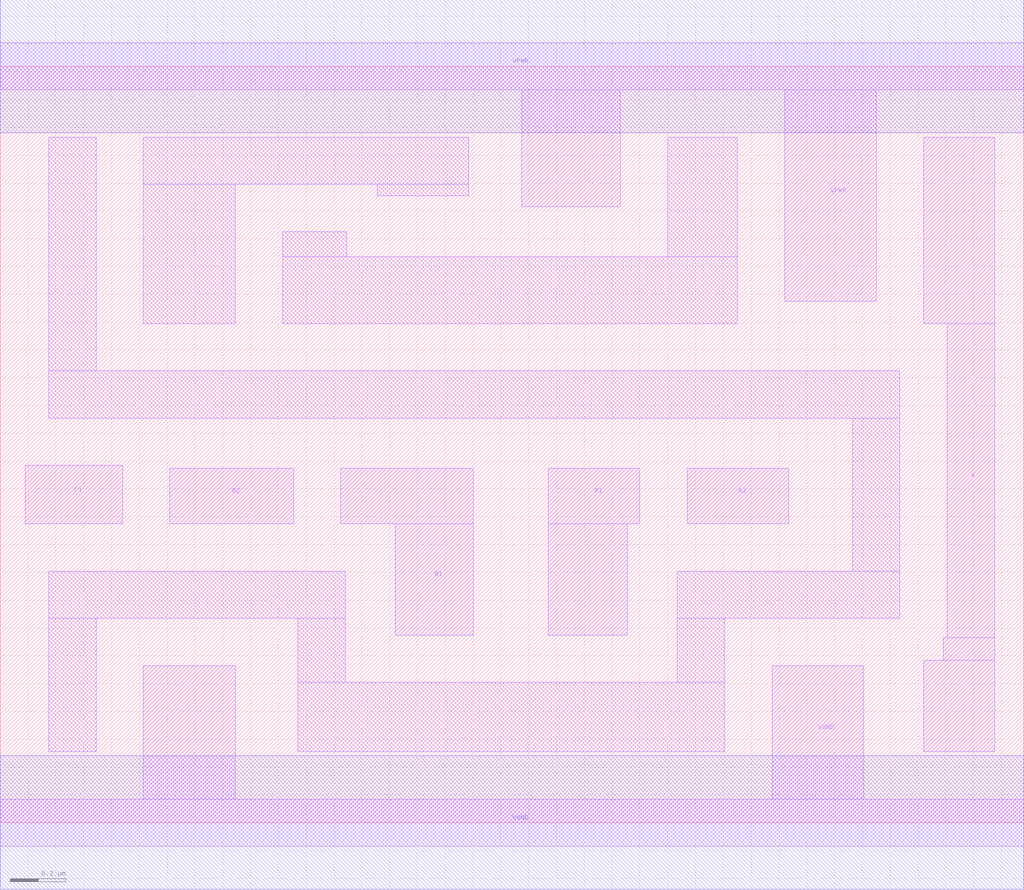
<source format=lef>
# Copyright 2020 The SkyWater PDK Authors
#
# Licensed under the Apache License, Version 2.0 (the "License");
# you may not use this file except in compliance with the License.
# You may obtain a copy of the License at
#
#     https://www.apache.org/licenses/LICENSE-2.0
#
# Unless required by applicable law or agreed to in writing, software
# distributed under the License is distributed on an "AS IS" BASIS,
# WITHOUT WARRANTIES OR CONDITIONS OF ANY KIND, either express or implied.
# See the License for the specific language governing permissions and
# limitations under the License.
#
# SPDX-License-Identifier: Apache-2.0

VERSION 5.5 ;
NAMESCASESENSITIVE ON ;
BUSBITCHARS "[]" ;
DIVIDERCHAR "/" ;
MACRO sky130_fd_sc_hd__a221o_1
  CLASS CORE ;
  SOURCE USER ;
  ORIGIN  0.000000  0.000000 ;
  SIZE  3.680000 BY  2.720000 ;
  SYMMETRY X Y R90 ;
  SITE unithd ;
  PIN A1
    ANTENNAGATEAREA  0.247500 ;
    DIRECTION INPUT ;
    USE SIGNAL ;
    PORT
      LAYER li1 ;
        RECT 1.970000 0.675000 2.255000 1.075000 ;
        RECT 1.970000 1.075000 2.300000 1.275000 ;
    END
  END A1
  PIN A2
    ANTENNAGATEAREA  0.247500 ;
    DIRECTION INPUT ;
    USE SIGNAL ;
    PORT
      LAYER li1 ;
        RECT 2.470000 1.075000 2.835000 1.275000 ;
    END
  END A2
  PIN B1
    ANTENNAGATEAREA  0.247500 ;
    DIRECTION INPUT ;
    USE SIGNAL ;
    PORT
      LAYER li1 ;
        RECT 1.225000 1.075000 1.700000 1.275000 ;
        RECT 1.420000 0.675000 1.700000 1.075000 ;
    END
  END B1
  PIN B2
    ANTENNAGATEAREA  0.247500 ;
    DIRECTION INPUT ;
    USE SIGNAL ;
    PORT
      LAYER li1 ;
        RECT 0.610000 1.075000 1.055000 1.275000 ;
    END
  END B2
  PIN C1
    ANTENNAGATEAREA  0.247500 ;
    DIRECTION INPUT ;
    USE SIGNAL ;
    PORT
      LAYER li1 ;
        RECT 0.090000 1.075000 0.440000 1.285000 ;
    END
  END C1
  PIN X
    ANTENNADIFFAREA  0.429000 ;
    DIRECTION OUTPUT ;
    USE SIGNAL ;
    PORT
      LAYER li1 ;
        RECT 3.320000 0.255000 3.575000 0.585000 ;
        RECT 3.320000 1.795000 3.575000 2.465000 ;
        RECT 3.390000 0.585000 3.575000 0.665000 ;
        RECT 3.405000 0.665000 3.575000 1.795000 ;
    END
  END X
  PIN VGND
    DIRECTION INOUT ;
    SHAPE ABUTMENT ;
    USE GROUND ;
    PORT
      LAYER li1 ;
        RECT 0.000000 -0.085000 3.680000 0.085000 ;
        RECT 0.515000  0.085000 0.845000 0.565000 ;
        RECT 2.775000  0.085000 3.105000 0.565000 ;
    END
    PORT
      LAYER met1 ;
        RECT 0.000000 -0.240000 3.680000 0.240000 ;
    END
  END VGND
  PIN VNB
    DIRECTION INOUT ;
    USE GROUND ;
    PORT
    END
  END VNB
  PIN VPB
    DIRECTION INOUT ;
    USE POWER ;
    PORT
    END
  END VPB
  PIN VPWR
    DIRECTION INOUT ;
    SHAPE ABUTMENT ;
    USE POWER ;
    PORT
      LAYER li1 ;
        RECT 0.000000 2.635000 3.680000 2.805000 ;
        RECT 1.875000 2.215000 2.230000 2.635000 ;
        RECT 2.820000 1.875000 3.150000 2.635000 ;
    END
    PORT
      LAYER met1 ;
        RECT 0.000000 2.480000 3.680000 2.960000 ;
    END
  END VPWR
  OBS
    LAYER li1 ;
      RECT 0.175000 0.255000 0.345000 0.735000 ;
      RECT 0.175000 0.735000 1.240000 0.905000 ;
      RECT 0.175000 1.455000 3.235000 1.625000 ;
      RECT 0.175000 1.625000 0.345000 2.465000 ;
      RECT 0.515000 1.795000 0.845000 2.295000 ;
      RECT 0.515000 2.295000 1.685000 2.465000 ;
      RECT 1.015000 1.795000 2.650000 2.035000 ;
      RECT 1.015000 2.035000 1.245000 2.125000 ;
      RECT 1.070000 0.255000 2.605000 0.505000 ;
      RECT 1.070000 0.505000 1.240000 0.735000 ;
      RECT 1.355000 2.255000 1.685000 2.295000 ;
      RECT 2.400000 2.035000 2.650000 2.465000 ;
      RECT 2.435000 0.505000 2.605000 0.735000 ;
      RECT 2.435000 0.735000 3.235000 0.905000 ;
      RECT 3.065000 0.905000 3.235000 1.455000 ;
  END
END sky130_fd_sc_hd__a221o_1
END LIBRARY

</source>
